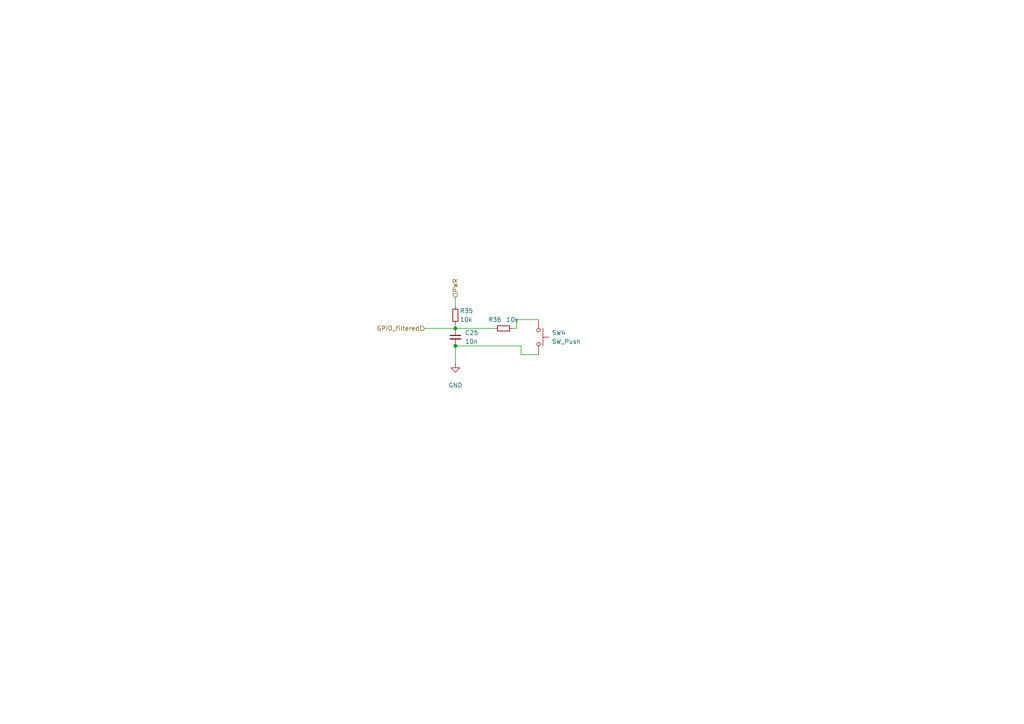
<source format=kicad_sch>
(kicad_sch (version 20230121) (generator eeschema)
  (paper "A4")
  (lib_symbols
    (symbol "Device:C_Small" (pin_numbers hide) (pin_names (offset 0.254) hide)
      (property "Reference" "C" (at 0.254 1.778 0))
      (property "Value" "C_Small" (at 0.254 -2.032 0))
      (symbol "C_Small_0_1"
        (polyline (pts (xy -1.524 -0.508) (xy 1.524 -0.508)) (stroke (width 0.3302)))
        (polyline (pts (xy -1.524 0.508) (xy 1.524 0.508)) (stroke (width 0.3048)))
      )
      (symbol "C_Small_1_1"
        (pin passive line (at 0 2.54 270) (length 2.032) (name "~") (number "1"))
        (pin passive line (at 0 -2.54 90) (length 2.032) (name "~") (number "2"))
      )
    )
    (symbol "Device:R_Small" (pin_numbers hide) (pin_names (offset 0.254) hide)
      (property "Reference" "R" (at 0.762 0.508 0))
      (property "Value" "R_Small" (at 0.762 -1.016 0))
      (symbol "R_Small_0_1"
        (rectangle (start -0.762 1.778) (end 0.762 -1.778) (stroke (width 0.2032)))
      )
      (symbol "R_Small_1_1"
        (pin passive line (at 0 2.54 270) (length 0.762) (name "~") (number "1"))
        (pin passive line (at 0 -2.54 90) (length 0.762) (name "~") (number "2"))
      )
    )
    (symbol "Switch:SW_Push" (pin_numbers hide) (pin_names (offset 1.016) hide)
      (property "Reference" "SW" (at 1.27 2.54 0))
      (property "Value" "SW_Push" (at 0 -1.524 0))
      (symbol "SW_Push_0_1"
        (circle (center -2.032 0) (radius 0.508))
        (polyline (pts (xy 0 1.27) (xy 0 3.048)))
        (polyline (pts (xy 2.54 1.27) (xy -2.54 1.27)))
        (circle (center 2.032 0) (radius 0.508))
        (pin passive line (at -5.08 0 0) (length 2.54) (name "1") (number "1"))
        (pin passive line (at 5.08 0 180) (length 2.54) (name "2") (number "2"))
      )
    )
    (symbol "power:GND" (power) (pin_names (offset 0))
      (property "Value" "GND" (at 0 -3.81 0))
      (symbol "GND_0_1"
        (polyline (pts (xy 0 0) (xy 0 -1.27) (xy 1.27 -1.27) (xy 0 -2.54) (xy -1.27 -1.27) (xy 0 -1.27)))
      )
      (symbol "GND_1_1"
        (pin power_in line (at 0 0 270) (length 0) hide (name "GND") (number "1"))
      )
    )
  )
  (junction (at 132.08 95.25))
  (junction (at 132.08 100.33))
  (wire (pts (xy 123.19 95.25) (xy 132.08 95.25)))
  (wire (pts (xy 132.08 100.33) (xy 151.13 100.33)))
  (wire (pts (xy 132.08 100.33) (xy 132.08 105.41)))
  (wire (pts (xy 132.08 86.36) (xy 132.08 88.9)))
  (wire (pts (xy 148.59 95.25) (xy 149.86 95.25)))
  (wire (pts (xy 132.08 95.25) (xy 143.51 95.25)))
  (wire (pts (xy 156.21 92.71) (xy 149.86 92.71)))
  (wire (pts (xy 151.13 102.87) (xy 156.21 102.87)))
  (wire (pts (xy 132.08 93.98) (xy 132.08 95.25)))
  (wire (pts (xy 151.13 100.33) (xy 151.13 102.87)))
  (wire (pts (xy 149.86 92.71) (xy 149.86 95.25)))
  (hierarchical_label "GPIO_filtered" (shape input) (at 123.19 95.25 180))
  (hierarchical_label "PWR" (shape input) (at 132.08 86.36 90))
  (symbol (lib_id "power:GND") (at 132.08 105.41 0) (unit 1)
    (property "Reference" "#PWR078" (effects hide))
    (property "Value" "GND" (at 132.08 111.76 0))
    (instances (project "PAMI_mb" (path "" (reference "#PWR078") (unit 1)) (path "" (reference "#PWR079") (unit 1)) (path "" (reference "#PWR080") (unit 1))))
  )
  (symbol (lib_id "Device:R_Small") (at 146.05 95.25 90) (unit 1)
    (property "Reference" "R36" (at 143.51 92.71 90))
    (property "Value" "10k" (at 148.59 92.71 90))
    (property "Footprint" "Resistor_SMD:R_0402_1005Metric_Pad0.72x0.64mm_HandSolder" (effects hide))
    (instances (project "PAMI_mb" (path "" (reference "R36") (unit 1)) (path "" (reference "R40") (unit 1)) (path "" (reference "R38") (unit 1))))
  )
  (symbol (lib_id "Device:R_Small") (at 132.08 91.44 0) (unit 1)
    (property "Reference" "R35" (at 133.35 90.17 0) (effects (justify left)))
    (property "Value" "10k" (at 133.35 92.71 0) (effects (justify left)))
    (property "Footprint" "Resistor_SMD:R_0402_1005Metric_Pad0.72x0.64mm_HandSolder" (effects hide))
    (instances (project "PAMI_mb" (path "" (reference "R35") (unit 1)) (path "" (reference "R39") (unit 1)) (path "" (reference "R37") (unit 1))))
  )
  (symbol (lib_id "Device:C_Small") (at 132.08 97.79 0) (unit 1)
    (property "Reference" "C25" (at 134.874 96.5263 0) (effects (justify left)))
    (property "Value" "10n" (at 134.874 99.0663 0) (effects (justify left)))
    (property "Footprint" "Capacitor_SMD:C_0402_1005Metric_Pad0.74x0.62mm_HandSolder" (effects hide))
    (instances (project "PAMI_mb" (path "" (reference "C25") (unit 1)) (path "" (reference "C27") (unit 1)) (path "" (reference "C26") (unit 1))))
  )
  (symbol (lib_id "Switch:SW_Push") (at 156.21 97.79 270) (unit 1)
    (property "Reference" "SW4" (at 160.02 96.52 90) (effects (justify left)))
    (property "Value" "SW_Push" (at 160.02 99.06 90) (effects (justify left)))
    (property "Footprint" "Button_Switch_THT:SW_PUSH_6mm" (effects hide))
    (instances (project "PAMI_mb" (path "" (reference "SW4") (unit 1)) (path "" (reference "SW5") (unit 1)) (path "" (reference "SW6") (unit 1))))
  )
)
</source>
